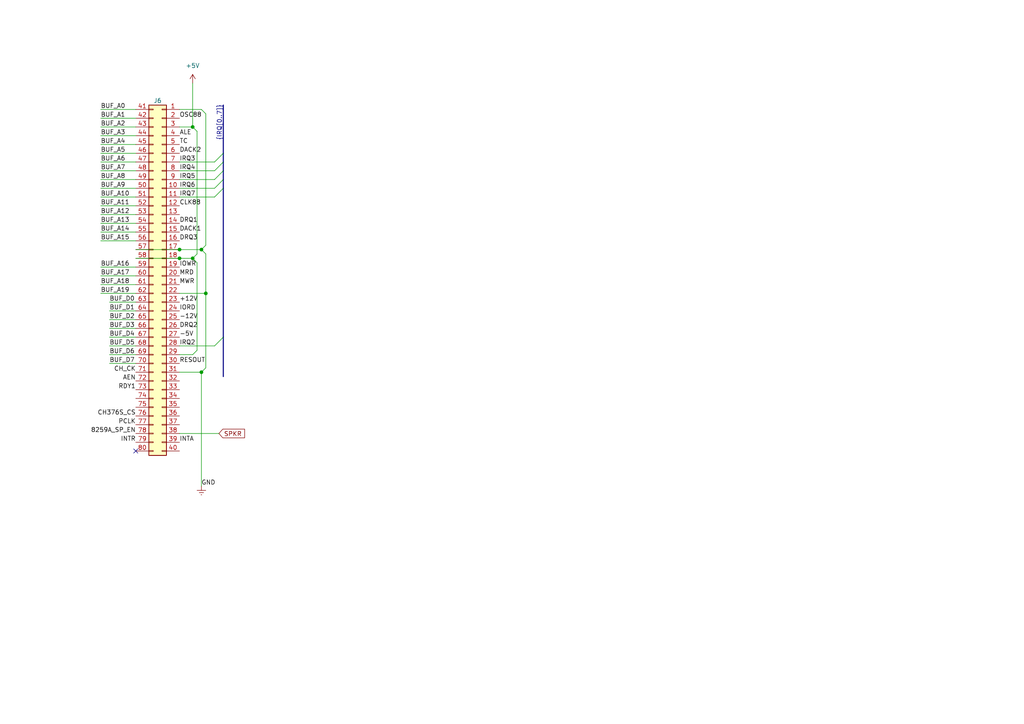
<source format=kicad_sch>
(kicad_sch (version 20230121) (generator eeschema)
  (paper "A4")
  (lib_symbols
    (symbol "+5V_1" (power) (pin_names (offset 0))
      (property "Value" "+5V_1" (at 0 3.556 0))
      (symbol "+5V_1_0_1"
        (polyline (pts (xy -0.762 1.27) (xy 0 2.54)))
        (polyline (pts (xy 0 0) (xy 0 2.54)))
        (polyline (pts (xy 0 2.54) (xy 0.762 1.27)))
      )
      (symbol "+5V_1_1_1"
        (pin power_in line (at 0 0 90) (length 0) hide (name "+5V") (number "1"))
      )
    )
    (symbol "Connector_Generic:Conn_02x40_Top_Bottom" (pin_names (offset 1.016) hide)
      (property "Reference" "J" (at 1.27 50.8 0))
      (property "Value" "Conn_02x40_Top_Bottom" (at 1.27 -53.34 0))
      (symbol "Conn_02x40_Top_Bottom_1_1"
        (rectangle (start -1.27 -50.673) (end 0 -50.927) (stroke (width 0.1524)))
        (rectangle (start -1.27 -48.133) (end 0 -48.387) (stroke (width 0.1524)))
        (rectangle (start -1.27 -45.593) (end 0 -45.847) (stroke (width 0.1524)))
        (rectangle (start -1.27 -43.053) (end 0 -43.307) (stroke (width 0.1524)))
        (rectangle (start -1.27 -40.513) (end 0 -40.767) (stroke (width 0.1524)))
        (rectangle (start -1.27 -37.973) (end 0 -38.227) (stroke (width 0.1524)))
        (rectangle (start -1.27 -35.433) (end 0 -35.687) (stroke (width 0.1524)))
        (rectangle (start -1.27 -32.893) (end 0 -33.147) (stroke (width 0.1524)))
        (rectangle (start -1.27 -30.353) (end 0 -30.607) (stroke (width 0.1524)))
        (rectangle (start -1.27 -27.813) (end 0 -28.067) (stroke (width 0.1524)))
        (rectangle (start -1.27 -25.273) (end 0 -25.527) (stroke (width 0.1524)))
        (rectangle (start -1.27 -22.733) (end 0 -22.987) (stroke (width 0.1524)))
        (rectangle (start -1.27 -20.193) (end 0 -20.447) (stroke (width 0.1524)))
        (rectangle (start -1.27 -17.653) (end 0 -17.907) (stroke (width 0.1524)))
        (rectangle (start -1.27 -15.113) (end 0 -15.367) (stroke (width 0.1524)))
        (rectangle (start -1.27 -12.573) (end 0 -12.827) (stroke (width 0.1524)))
        (rectangle (start -1.27 -10.033) (end 0 -10.287) (stroke (width 0.1524)))
        (rectangle (start -1.27 -7.493) (end 0 -7.747) (stroke (width 0.1524)))
        (rectangle (start -1.27 -4.953) (end 0 -5.207) (stroke (width 0.1524)))
        (rectangle (start -1.27 -2.413) (end 0 -2.667) (stroke (width 0.1524)))
        (rectangle (start -1.27 0.127) (end 0 -0.127) (stroke (width 0.1524)))
        (rectangle (start -1.27 2.667) (end 0 2.413) (stroke (width 0.1524)))
        (rectangle (start -1.27 5.207) (end 0 4.953) (stroke (width 0.1524)))
        (rectangle (start -1.27 7.747) (end 0 7.493) (stroke (width 0.1524)))
        (rectangle (start -1.27 10.287) (end 0 10.033) (stroke (width 0.1524)))
        (rectangle (start -1.27 12.827) (end 0 12.573) (stroke (width 0.1524)))
        (rectangle (start -1.27 15.367) (end 0 15.113) (stroke (width 0.1524)))
        (rectangle (start -1.27 17.907) (end 0 17.653) (stroke (width 0.1524)))
        (rectangle (start -1.27 20.447) (end 0 20.193) (stroke (width 0.1524)))
        (rectangle (start -1.27 22.987) (end 0 22.733) (stroke (width 0.1524)))
        (rectangle (start -1.27 25.527) (end 0 25.273) (stroke (width 0.1524)))
        (rectangle (start -1.27 28.067) (end 0 27.813) (stroke (width 0.1524)))
        (rectangle (start -1.27 30.607) (end 0 30.353) (stroke (width 0.1524)))
        (rectangle (start -1.27 33.147) (end 0 32.893) (stroke (width 0.1524)))
        (rectangle (start -1.27 35.687) (end 0 35.433) (stroke (width 0.1524)))
        (rectangle (start -1.27 38.227) (end 0 37.973) (stroke (width 0.1524)))
        (rectangle (start -1.27 40.767) (end 0 40.513) (stroke (width 0.1524)))
        (rectangle (start -1.27 43.307) (end 0 43.053) (stroke (width 0.1524)))
        (rectangle (start -1.27 45.847) (end 0 45.593) (stroke (width 0.1524)))
        (rectangle (start -1.27 48.387) (end 0 48.133) (stroke (width 0.1524)))
        (rectangle (start -1.27 49.53) (end 3.81 -52.07) (stroke (width 0.254)) (fill (type background)))
        (rectangle (start 3.81 -50.673) (end 2.54 -50.927) (stroke (width 0.1524)))
        (rectangle (start 3.81 -48.133) (end 2.54 -48.387) (stroke (width 0.1524)))
        (rectangle (start 3.81 -45.593) (end 2.54 -45.847) (stroke (width 0.1524)))
        (rectangle (start 3.81 -43.053) (end 2.54 -43.307) (stroke (width 0.1524)))
        (rectangle (start 3.81 -40.513) (end 2.54 -40.767) (stroke (width 0.1524)))
        (rectangle (start 3.81 -37.973) (end 2.54 -38.227) (stroke (width 0.1524)))
        (rectangle (start 3.81 -35.433) (end 2.54 -35.687) (stroke (width 0.1524)))
        (rectangle (start 3.81 -32.893) (end 2.54 -33.147) (stroke (width 0.1524)))
        (rectangle (start 3.81 -30.353) (end 2.54 -30.607) (stroke (width 0.1524)))
        (rectangle (start 3.81 -27.813) (end 2.54 -28.067) (stroke (width 0.1524)))
        (rectangle (start 3.81 -25.273) (end 2.54 -25.527) (stroke (width 0.1524)))
        (rectangle (start 3.81 -22.733) (end 2.54 -22.987) (stroke (width 0.1524)))
        (rectangle (start 3.81 -20.193) (end 2.54 -20.447) (stroke (width 0.1524)))
        (rectangle (start 3.81 -17.653) (end 2.54 -17.907) (stroke (width 0.1524)))
        (rectangle (start 3.81 -15.113) (end 2.54 -15.367) (stroke (width 0.1524)))
        (rectangle (start 3.81 -12.573) (end 2.54 -12.827) (stroke (width 0.1524)))
        (rectangle (start 3.81 -10.033) (end 2.54 -10.287) (stroke (width 0.1524)))
        (rectangle (start 3.81 -7.493) (end 2.54 -7.747) (stroke (width 0.1524)))
        (rectangle (start 3.81 -4.953) (end 2.54 -5.207) (stroke (width 0.1524)))
        (rectangle (start 3.81 -2.413) (end 2.54 -2.667) (stroke (width 0.1524)))
        (rectangle (start 3.81 0.127) (end 2.54 -0.127) (stroke (width 0.1524)))
        (rectangle (start 3.81 2.667) (end 2.54 2.413) (stroke (width 0.1524)))
        (rectangle (start 3.81 5.207) (end 2.54 4.953) (stroke (width 0.1524)))
        (rectangle (start 3.81 7.747) (end 2.54 7.493) (stroke (width 0.1524)))
        (rectangle (start 3.81 10.287) (end 2.54 10.033) (stroke (width 0.1524)))
        (rectangle (start 3.81 12.827) (end 2.54 12.573) (stroke (width 0.1524)))
        (rectangle (start 3.81 15.367) (end 2.54 15.113) (stroke (width 0.1524)))
        (rectangle (start 3.81 17.907) (end 2.54 17.653) (stroke (width 0.1524)))
        (rectangle (start 3.81 20.447) (end 2.54 20.193) (stroke (width 0.1524)))
        (rectangle (start 3.81 22.987) (end 2.54 22.733) (stroke (width 0.1524)))
        (rectangle (start 3.81 25.527) (end 2.54 25.273) (stroke (width 0.1524)))
        (rectangle (start 3.81 28.067) (end 2.54 27.813) (stroke (width 0.1524)))
        (rectangle (start 3.81 30.607) (end 2.54 30.353) (stroke (width 0.1524)))
        (rectangle (start 3.81 33.147) (end 2.54 32.893) (stroke (width 0.1524)))
        (rectangle (start 3.81 35.687) (end 2.54 35.433) (stroke (width 0.1524)))
        (rectangle (start 3.81 38.227) (end 2.54 37.973) (stroke (width 0.1524)))
        (rectangle (start 3.81 40.767) (end 2.54 40.513) (stroke (width 0.1524)))
        (rectangle (start 3.81 43.307) (end 2.54 43.053) (stroke (width 0.1524)))
        (rectangle (start 3.81 45.847) (end 2.54 45.593) (stroke (width 0.1524)))
        (rectangle (start 3.81 48.387) (end 2.54 48.133) (stroke (width 0.1524)))
        (pin passive line (at -5.08 48.26 0) (length 3.81) (name "Pin_1") (number "1"))
        (pin passive line (at -5.08 25.4 0) (length 3.81) (name "Pin_10") (number "10"))
        (pin passive line (at -5.08 22.86 0) (length 3.81) (name "Pin_11") (number "11"))
        (pin passive line (at -5.08 20.32 0) (length 3.81) (name "Pin_12") (number "12"))
        (pin passive line (at -5.08 17.78 0) (length 3.81) (name "Pin_13") (number "13"))
        (pin passive line (at -5.08 15.24 0) (length 3.81) (name "Pin_14") (number "14"))
        (pin passive line (at -5.08 12.7 0) (length 3.81) (name "Pin_15") (number "15"))
        (pin passive line (at -5.08 10.16 0) (length 3.81) (name "Pin_16") (number "16"))
        (pin passive line (at -5.08 7.62 0) (length 3.81) (name "Pin_17") (number "17"))
        (pin passive line (at -5.08 5.08 0) (length 3.81) (name "Pin_18") (number "18"))
        (pin passive line (at -5.08 2.54 0) (length 3.81) (name "Pin_19") (number "19"))
        (pin passive line (at -5.08 45.72 0) (length 3.81) (name "Pin_2") (number "2"))
        (pin passive line (at -5.08 0 0) (length 3.81) (name "Pin_20") (number "20"))
        (pin passive line (at -5.08 -2.54 0) (length 3.81) (name "Pin_21") (number "21"))
        (pin passive line (at -5.08 -5.08 0) (length 3.81) (name "Pin_22") (number "22"))
        (pin passive line (at -5.08 -7.62 0) (length 3.81) (name "Pin_23") (number "23"))
        (pin passive line (at -5.08 -10.16 0) (length 3.81) (name "Pin_24") (number "24"))
        (pin passive line (at -5.08 -12.7 0) (length 3.81) (name "Pin_25") (number "25"))
        (pin passive line (at -5.08 -15.24 0) (length 3.81) (name "Pin_26") (number "26"))
        (pin passive line (at -5.08 -17.78 0) (length 3.81) (name "Pin_27") (number "27"))
        (pin passive line (at -5.08 -20.32 0) (length 3.81) (name "Pin_28") (number "28"))
        (pin passive line (at -5.08 -22.86 0) (length 3.81) (name "Pin_29") (number "29"))
        (pin passive line (at -5.08 43.18 0) (length 3.81) (name "Pin_3") (number "3"))
        (pin passive line (at -5.08 -25.4 0) (length 3.81) (name "Pin_30") (number "30"))
        (pin passive line (at -5.08 -27.94 0) (length 3.81) (name "Pin_31") (number "31"))
        (pin passive line (at -5.08 -30.48 0) (length 3.81) (name "Pin_32") (number "32"))
        (pin passive line (at -5.08 -33.02 0) (length 3.81) (name "Pin_33") (number "33"))
        (pin passive line (at -5.08 -35.56 0) (length 3.81) (name "Pin_34") (number "34"))
        (pin passive line (at -5.08 -38.1 0) (length 3.81) (name "Pin_35") (number "35"))
        (pin passive line (at -5.08 -40.64 0) (length 3.81) (name "Pin_36") (number "36"))
        (pin passive line (at -5.08 -43.18 0) (length 3.81) (name "Pin_37") (number "37"))
        (pin passive line (at -5.08 -45.72 0) (length 3.81) (name "Pin_38") (number "38"))
        (pin passive line (at -5.08 -48.26 0) (length 3.81) (name "Pin_39") (number "39"))
        (pin passive line (at -5.08 40.64 0) (length 3.81) (name "Pin_4") (number "4"))
        (pin passive line (at -5.08 -50.8 0) (length 3.81) (name "Pin_40") (number "40"))
        (pin passive line (at 7.62 48.26 180) (length 3.81) (name "Pin_41") (number "41"))
        (pin passive line (at 7.62 45.72 180) (length 3.81) (name "Pin_42") (number "42"))
        (pin passive line (at 7.62 43.18 180) (length 3.81) (name "Pin_43") (number "43"))
        (pin passive line (at 7.62 40.64 180) (length 3.81) (name "Pin_44") (number "44"))
        (pin passive line (at 7.62 38.1 180) (length 3.81) (name "Pin_45") (number "45"))
        (pin passive line (at 7.62 35.56 180) (length 3.81) (name "Pin_46") (number "46"))
        (pin passive line (at 7.62 33.02 180) (length 3.81) (name "Pin_47") (number "47"))
        (pin passive line (at 7.62 30.48 180) (length 3.81) (name "Pin_48") (number "48"))
        (pin passive line (at 7.62 27.94 180) (length 3.81) (name "Pin_49") (number "49"))
        (pin passive line (at -5.08 38.1 0) (length 3.81) (name "Pin_5") (number "5"))
        (pin passive line (at 7.62 25.4 180) (length 3.81) (name "Pin_50") (number "50"))
        (pin passive line (at 7.62 22.86 180) (length 3.81) (name "Pin_51") (number "51"))
        (pin passive line (at 7.62 20.32 180) (length 3.81) (name "Pin_52") (number "52"))
        (pin passive line (at 7.62 17.78 180) (length 3.81) (name "Pin_53") (number "53"))
        (pin passive line (at 7.62 15.24 180) (length 3.81) (name "Pin_54") (number "54"))
        (pin passive line (at 7.62 12.7 180) (length 3.81) (name "Pin_55") (number "55"))
        (pin passive line (at 7.62 10.16 180) (length 3.81) (name "Pin_56") (number "56"))
        (pin passive line (at 7.62 7.62 180) (length 3.81) (name "Pin_57") (number "57"))
        (pin passive line (at 7.62 5.08 180) (length 3.81) (name "Pin_58") (number "58"))
        (pin passive line (at 7.62 2.54 180) (length 3.81) (name "Pin_59") (number "59"))
        (pin passive line (at -5.08 35.56 0) (length 3.81) (name "Pin_6") (number "6"))
        (pin passive line (at 7.62 0 180) (length 3.81) (name "Pin_60") (number "60"))
        (pin passive line (at 7.62 -2.54 180) (length 3.81) (name "Pin_61") (number "61"))
        (pin passive line (at 7.62 -5.08 180) (length 3.81) (name "Pin_62") (number "62"))
        (pin passive line (at 7.62 -7.62 180) (length 3.81) (name "Pin_63") (number "63"))
        (pin passive line (at 7.62 -10.16 180) (length 3.81) (name "Pin_64") (number "64"))
        (pin passive line (at 7.62 -12.7 180) (length 3.81) (name "Pin_65") (number "65"))
        (pin passive line (at 7.62 -15.24 180) (length 3.81) (name "Pin_66") (number "66"))
        (pin passive line (at 7.62 -17.78 180) (length 3.81) (name "Pin_67") (number "67"))
        (pin passive line (at 7.62 -20.32 180) (length 3.81) (name "Pin_68") (number "68"))
        (pin passive line (at 7.62 -22.86 180) (length 3.81) (name "Pin_69") (number "69"))
        (pin passive line (at -5.08 33.02 0) (length 3.81) (name "Pin_7") (number "7"))
        (pin passive line (at 7.62 -25.4 180) (length 3.81) (name "Pin_70") (number "70"))
        (pin passive line (at 7.62 -27.94 180) (length 3.81) (name "Pin_71") (number "71"))
        (pin passive line (at 7.62 -30.48 180) (length 3.81) (name "Pin_72") (number "72"))
        (pin passive line (at 7.62 -33.02 180) (length 3.81) (name "Pin_73") (number "73"))
        (pin passive line (at 7.62 -35.56 180) (length 3.81) (name "Pin_74") (number "74"))
        (pin passive line (at 7.62 -38.1 180) (length 3.81) (name "Pin_75") (number "75"))
        (pin passive line (at 7.62 -40.64 180) (length 3.81) (name "Pin_76") (number "76"))
        (pin passive line (at 7.62 -43.18 180) (length 3.81) (name "Pin_77") (number "77"))
        (pin passive line (at 7.62 -45.72 180) (length 3.81) (name "Pin_78") (number "78"))
        (pin passive line (at 7.62 -48.26 180) (length 3.81) (name "Pin_79") (number "79"))
        (pin passive line (at -5.08 30.48 0) (length 3.81) (name "Pin_8") (number "8"))
        (pin passive line (at 7.62 -50.8 180) (length 3.81) (name "Pin_80") (number "80"))
        (pin passive line (at -5.08 27.94 0) (length 3.81) (name "Pin_9") (number "9"))
      )
    )
    (symbol "power:GNDREF" (power) (pin_names (offset 0))
      (property "Value" "GNDREF" (at 0 -3.81 0))
      (symbol "GNDREF_0_1"
        (polyline (pts (xy -0.635 -1.905) (xy 0.635 -1.905)))
        (polyline (pts (xy -0.127 -2.54) (xy 0.127 -2.54)))
        (polyline (pts (xy 0 -1.27) (xy 0 0)))
        (polyline (pts (xy 1.27 -1.27) (xy -1.27 -1.27)))
      )
      (symbol "GNDREF_1_1"
        (pin power_in line (at 0 0 270) (length 0) hide (name "GNDREF") (number "1"))
      )
    )
  )
  (junction (at 52.07 74.93))
  (junction (at 55.88 74.93))
  (junction (at 52.07 72.39))
  (junction (at 59.69 85.09))
  (junction (at 55.88 36.83))
  (junction (at 58.42 107.95))
  (junction (at 58.42 72.39))
  (no_connect (at 39.37 130.81))
  (bus_entry (at 64.77 46.99) (size -2.54 2.54))
  (bus_entry (at 64.77 44.45) (size -2.54 2.54))
  (bus_entry (at 64.77 52.07) (size -2.54 2.54))
  (bus_entry (at 64.77 97.79) (size -2.54 2.54))
  (bus_entry (at 64.77 49.53) (size -2.54 2.54))
  (bus_entry (at 64.77 54.61) (size -2.54 2.54))
  (wire (pts (xy 31.75 97.79) (xy 39.37 97.79)))
  (wire (pts (xy 29.21 44.45) (xy 39.37 44.45)))
  (wire (pts (xy 39.37 72.39) (xy 52.07 72.39)))
  (wire (pts (xy 29.21 34.29) (xy 39.37 34.29)))
  (wire (pts (xy 29.21 31.75) (xy 39.37 31.75)))
  (wire (pts (xy 52.07 36.83) (xy 55.88 36.83)))
  (wire (pts (xy 31.75 100.33) (xy 39.37 100.33)))
  (wire (pts (xy 52.07 57.15) (xy 62.23 57.15)))
  (wire (pts (xy 58.42 107.95) (xy 59.69 106.68)))
  (wire (pts (xy 29.21 77.47) (xy 39.37 77.47)))
  (wire (pts (xy 59.69 85.09) (xy 59.69 73.66)))
  (wire (pts (xy 52.07 107.95) (xy 58.42 107.95)))
  (wire (pts (xy 59.69 73.66) (xy 58.42 72.39)))
  (wire (pts (xy 31.75 102.87) (xy 39.37 102.87)))
  (wire (pts (xy 59.69 71.12) (xy 58.42 72.39)))
  (wire (pts (xy 52.07 46.99) (xy 62.23 46.99)))
  (wire (pts (xy 52.07 74.93) (xy 55.88 74.93)))
  (wire (pts (xy 52.07 102.87) (xy 55.88 102.87)))
  (wire (pts (xy 52.07 72.39) (xy 58.42 72.39)))
  (wire (pts (xy 31.75 105.41) (xy 39.37 105.41)))
  (wire (pts (xy 59.69 106.68) (xy 59.69 85.09)))
  (wire (pts (xy 52.07 49.53) (xy 62.23 49.53)))
  (wire (pts (xy 31.75 90.17) (xy 39.37 90.17)))
  (wire (pts (xy 29.21 62.23) (xy 39.37 62.23)))
  (wire (pts (xy 29.21 64.77) (xy 39.37 64.77)))
  (wire (pts (xy 55.88 102.87) (xy 57.15 101.6)))
  (wire (pts (xy 59.69 33.02) (xy 59.69 71.12)))
  (wire (pts (xy 29.21 57.15) (xy 39.37 57.15)))
  (bus (pts (xy 64.77 97.79) (xy 64.77 109.22)))
  (wire (pts (xy 39.37 74.93) (xy 52.07 74.93)))
  (wire (pts (xy 29.21 69.85) (xy 39.37 69.85)))
  (bus (pts (xy 64.77 46.99) (xy 64.77 49.53)))
  (wire (pts (xy 29.21 49.53) (xy 39.37 49.53)))
  (wire (pts (xy 29.21 59.69) (xy 39.37 59.69)))
  (wire (pts (xy 29.21 41.91) (xy 39.37 41.91)))
  (wire (pts (xy 29.21 82.55) (xy 39.37 82.55)))
  (wire (pts (xy 29.21 54.61) (xy 39.37 54.61)))
  (wire (pts (xy 29.21 39.37) (xy 39.37 39.37)))
  (wire (pts (xy 29.21 36.83) (xy 39.37 36.83)))
  (wire (pts (xy 52.07 31.75) (xy 58.42 31.75)))
  (wire (pts (xy 57.15 73.66) (xy 55.88 74.93)))
  (bus (pts (xy 64.77 30.48) (xy 64.77 44.45)))
  (bus (pts (xy 64.77 54.61) (xy 64.77 97.79)))
  (wire (pts (xy 58.42 107.95) (xy 58.42 140.97)))
  (wire (pts (xy 31.75 87.63) (xy 39.37 87.63)))
  (wire (pts (xy 29.21 85.09) (xy 39.37 85.09)))
  (wire (pts (xy 29.21 80.01) (xy 39.37 80.01)))
  (wire (pts (xy 58.42 31.75) (xy 59.69 33.02)))
  (wire (pts (xy 57.15 101.6) (xy 57.15 76.2)))
  (wire (pts (xy 29.21 46.99) (xy 39.37 46.99)))
  (wire (pts (xy 52.07 52.07) (xy 62.23 52.07)))
  (wire (pts (xy 52.07 54.61) (xy 62.23 54.61)))
  (wire (pts (xy 57.15 38.1) (xy 55.88 36.83)))
  (wire (pts (xy 55.88 24.13) (xy 55.88 36.83)))
  (wire (pts (xy 52.07 100.33) (xy 62.23 100.33)))
  (wire (pts (xy 31.75 92.71) (xy 39.37 92.71)))
  (bus (pts (xy 64.77 44.45) (xy 64.77 46.99)))
  (wire (pts (xy 29.21 67.31) (xy 39.37 67.31)))
  (wire (pts (xy 57.15 76.2) (xy 55.88 74.93)))
  (bus (pts (xy 64.77 49.53) (xy 64.77 52.07)))
  (bus (pts (xy 64.77 52.07) (xy 64.77 54.61)))
  (wire (pts (xy 29.21 52.07) (xy 39.37 52.07)))
  (wire (pts (xy 63.5 125.73) (xy 52.07 125.73)))
  (wire (pts (xy 52.07 85.09) (xy 59.69 85.09)))
  (wire (pts (xy 57.15 73.66) (xy 57.15 38.1)))
  (wire (pts (xy 31.75 95.25) (xy 39.37 95.25)))
  (label "BUF_A6" (at 29.21 46.99 0))
  (label "BUF_A0" (at 29.21 31.75 0))
  (label "DACK1" (at 52.07 67.31 0))
  (label "BUF_A18" (at 29.21 82.55 0))
  (label "ALE" (at 52.07 39.37 0))
  (label "PCLK" (at 39.37 123.19 180))
  (label "TC" (at 52.07 41.91 0))
  (label "-5V" (at 52.07 97.79 0))
  (label "BUF_A10" (at 29.21 57.15 0))
  (label "BUF_A8" (at 29.21 52.07 0))
  (label "CH_CK" (at 39.37 107.95 180))
  (label "BUF_A15" (at 29.21 69.85 0))
  (label "CLK88" (at 52.07 59.69 0))
  (label "DRQ2" (at 52.07 95.25 0))
  (label "IORD" (at 52.07 90.17 0))
  (label "BUF_A3" (at 29.21 39.37 0))
  (label "BUF_A7" (at 29.21 49.53 0))
  (label "BUF_A19" (at 29.21 85.09 0))
  (label "DRQ3" (at 52.07 69.85 0))
  (label "BUF_A11" (at 29.21 59.69 0))
  (label "AEN" (at 39.37 110.49 180))
  (label "CH376S_CS" (at 39.37 120.65 180))
  (label "BUF_D2" (at 31.75 92.71 0))
  (label "BUF_A1" (at 29.21 34.29 0))
  (label "DACK2" (at 52.07 44.45 0))
  (label "BUF_A14" (at 29.21 67.31 0))
  (label "BUF_D4" (at 31.75 97.79 0))
  (label "OSC88" (at 52.07 34.29 0))
  (label "IRQ2" (at 52.07 100.33 0))
  (label "BUF_D5" (at 31.75 100.33 0))
  (label "BUF_A13" (at 29.21 64.77 0))
  (label "BUF_D3" (at 31.75 95.25 0))
  (label "IRQ4" (at 52.07 49.53 0))
  (label "MRD" (at 52.07 80.01 0))
  (label "BUF_D6" (at 31.75 102.87 0))
  (label "DRQ1" (at 52.07 64.77 0))
  (label "BUF_D1" (at 31.75 90.17 0))
  (label "INTA" (at 52.07 128.27 0))
  (label "BUF_D0" (at 31.75 87.63 0))
  (label "8259A_SP_EN" (at 39.37 125.73 180))
  (label "IRQ5" (at 52.07 52.07 0))
  (label "RDY1" (at 39.37 113.03 180))
  (label "BUF_A4" (at 29.21 41.91 0))
  (label "BUF_A5" (at 29.21 44.45 0))
  (label "IRQ3" (at 52.07 46.99 0))
  (label "GND" (at 58.42 140.97 0))
  (label "RESOUT" (at 52.07 105.41 0))
  (label "IRQ6" (at 52.07 54.61 0))
  (label "+12V" (at 52.07 87.63 0))
  (label "BUF_A2" (at 29.21 36.83 0))
  (label "{IRQ[0..7]}" (at 64.77 40.64 90))
  (label "IRQ7" (at 52.07 57.15 0))
  (label "BUF_A17" (at 29.21 80.01 0))
  (label "BUF_A12" (at 29.21 62.23 0))
  (label "MWR" (at 52.07 82.55 0))
  (label "BUF_A16" (at 29.21 77.47 0))
  (label "BUF_D7" (at 31.75 105.41 0))
  (label "BUF_A9" (at 29.21 54.61 0))
  (label "INTR" (at 39.37 128.27 180))
  (label "IOWR" (at 52.07 77.47 0))
  (label "-12V" (at 52.07 92.71 0))
  (global_label "SPKR" (shape input) (at 63.5 125.73 0) (property "Intersheetrefs" "${INTERSHEET_REFS}" (effects hide)))
  (symbol (lib_id "Connector_Generic:Conn_02x40_Top_Bottom") (at 46.99 80.01 0) (mirror y) (unit 1)
    (property "Reference" "J6" (at 45.72 29.21 0))
    (property "Value" "Conn_02x40_Top_Bottom" (effects hide))
  )
  (symbol (lib_id "power:GNDREF") (at 58.42 140.97 0) (unit 1)
    (property "Reference" "#PWR087" (effects hide))
    (property "Value" "GNDREF" (effects hide))
  )
  (symbol (lib_name "+5V_1") (lib_id "power:+5V") (at 55.88 24.13 0) (unit 1)
    (property "Reference" "#PWR086" (effects hide))
    (property "Value" "+5V" (at 55.88 19.05 0))
  )
)
</source>
